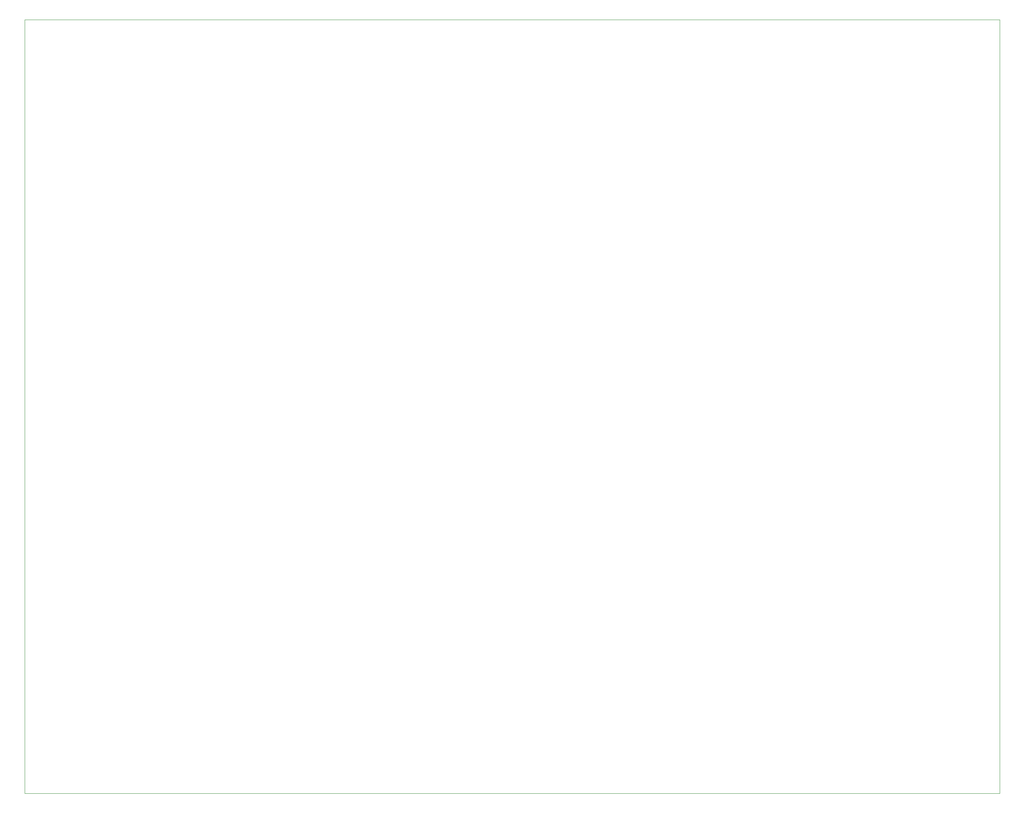
<source format=gbr>
%TF.GenerationSoftware,KiCad,Pcbnew,5.1.0-060a0da~80~ubuntu18.04.1*%
%TF.CreationDate,2019-04-17T18:28:32-04:00*%
%TF.ProjectId,C68,4336382e-6b69-4636-9164-5f7063625858,rev?*%
%TF.SameCoordinates,Original*%
%TF.FileFunction,Profile,NP*%
%FSLAX46Y46*%
G04 Gerber Fmt 4.6, Leading zero omitted, Abs format (unit mm)*
G04 Created by KiCad (PCBNEW 5.1.0-060a0da~80~ubuntu18.04.1) date 2019-04-17 18:28:32*
%MOMM*%
%LPD*%
G04 APERTURE LIST*
%ADD10C,0.050000*%
G04 APERTURE END LIST*
D10*
X304000000Y-210000000D02*
X90000000Y-210000000D01*
X304000000Y-40000000D02*
X304000000Y-210000000D01*
X90000000Y-40000000D02*
X304000000Y-40000000D01*
X90000000Y-210000000D02*
X90000000Y-40000000D01*
M02*

</source>
